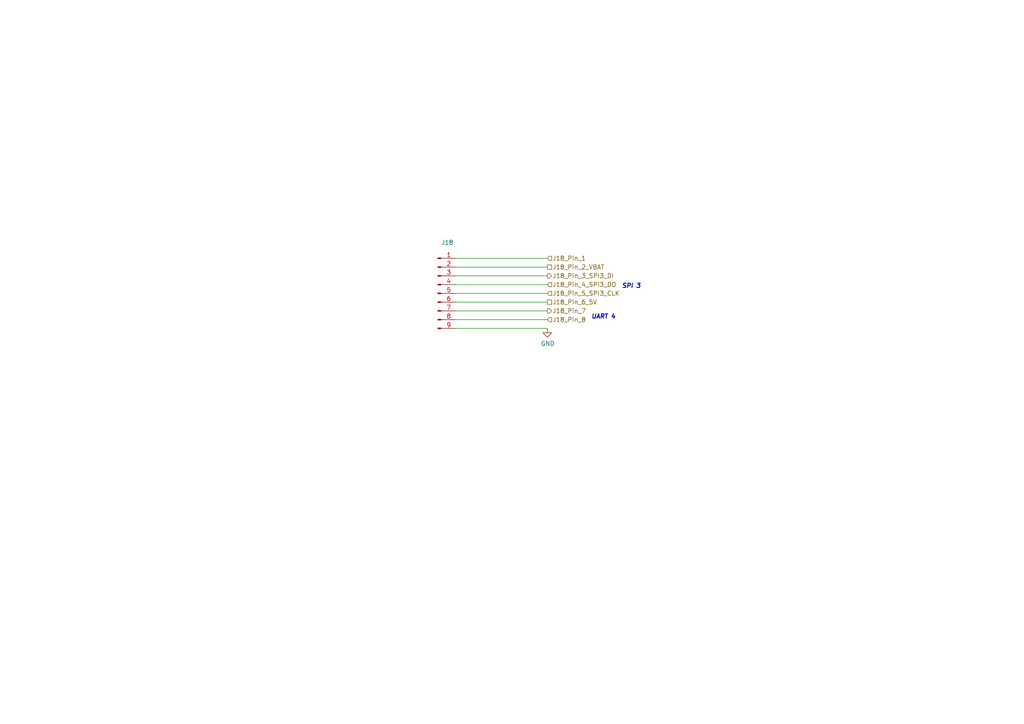
<source format=kicad_sch>
(kicad_sch (version 20211123) (generator eeschema)
  (paper "A4")
  (title_block (title "Project Mowgli") (date "2022-05-22") (rev "1.0.1") (comment 1 "(c) CyberNet / cn@warp.at") (comment 2 "https://github.com/cloudn1ne/Mowgli"))
  (lib_symbols
    (symbol "Connector:Conn_01x09_Male" (pin_names (offset 1.016) hide)
      (property "Reference" "J" (at 0 12.7 0))
      (property "Value" "Conn_01x09_Male" (at 0 -12.7 0))
      (symbol "Conn_01x09_Male_1_1"
        (polyline (pts (xy 1.27 -10.16) (xy 0.8636 -10.16)) (stroke (width 0.1524)))
        (polyline (pts (xy 1.27 -7.62) (xy 0.8636 -7.62)) (stroke (width 0.1524)))
        (polyline (pts (xy 1.27 -5.08) (xy 0.8636 -5.08)) (stroke (width 0.1524)))
        (polyline (pts (xy 1.27 -2.54) (xy 0.8636 -2.54)) (stroke (width 0.1524)))
        (polyline (pts (xy 1.27 0) (xy 0.8636 0)) (stroke (width 0.1524)))
        (polyline (pts (xy 1.27 2.54) (xy 0.8636 2.54)) (stroke (width 0.1524)))
        (polyline (pts (xy 1.27 5.08) (xy 0.8636 5.08)) (stroke (width 0.1524)))
        (polyline (pts (xy 1.27 7.62) (xy 0.8636 7.62)) (stroke (width 0.1524)))
        (polyline (pts (xy 1.27 10.16) (xy 0.8636 10.16)) (stroke (width 0.1524)))
        (rectangle (start 0.8636 -10.033) (end 0 -10.287) (stroke (width 0.1524)) (fill (type outline)))
        (rectangle (start 0.8636 -7.493) (end 0 -7.747) (stroke (width 0.1524)) (fill (type outline)))
        (rectangle (start 0.8636 -4.953) (end 0 -5.207) (stroke (width 0.1524)) (fill (type outline)))
        (rectangle (start 0.8636 -2.413) (end 0 -2.667) (stroke (width 0.1524)) (fill (type outline)))
        (rectangle (start 0.8636 0.127) (end 0 -0.127) (stroke (width 0.1524)) (fill (type outline)))
        (rectangle (start 0.8636 2.667) (end 0 2.413) (stroke (width 0.1524)) (fill (type outline)))
        (rectangle (start 0.8636 5.207) (end 0 4.953) (stroke (width 0.1524)) (fill (type outline)))
        (rectangle (start 0.8636 7.747) (end 0 7.493) (stroke (width 0.1524)) (fill (type outline)))
        (rectangle (start 0.8636 10.287) (end 0 10.033) (stroke (width 0.1524)) (fill (type outline)))
        (pin passive line (at 5.08 10.16 180) (length 3.81) (name "Pin_1") (number "1"))
        (pin passive line (at 5.08 7.62 180) (length 3.81) (name "Pin_2") (number "2"))
        (pin passive line (at 5.08 5.08 180) (length 3.81) (name "Pin_3") (number "3"))
        (pin passive line (at 5.08 2.54 180) (length 3.81) (name "Pin_4") (number "4"))
        (pin passive line (at 5.08 0 180) (length 3.81) (name "Pin_5") (number "5"))
        (pin passive line (at 5.08 -2.54 180) (length 3.81) (name "Pin_6") (number "6"))
        (pin passive line (at 5.08 -5.08 180) (length 3.81) (name "Pin_7") (number "7"))
        (pin passive line (at 5.08 -7.62 180) (length 3.81) (name "Pin_8") (number "8"))
        (pin passive line (at 5.08 -10.16 180) (length 3.81) (name "Pin_9") (number "9"))
      )
    )
    (symbol "power:GND" (power) (pin_names (offset 0))
      (property "Value" "GND" (at 0 -3.81 0))
      (symbol "GND_0_1"
        (polyline (pts (xy 0 0) (xy 0 -1.27) (xy 1.27 -1.27) (xy 0 -2.54) (xy -1.27 -1.27) (xy 0 -1.27)))
      )
      (symbol "GND_1_1"
        (pin power_in line (at 0 0 270) (length 0) hide (name "GND") (number "1"))
      )
    )
  )
  (wire (pts (xy 158.75 74.93) (xy 132.08 74.93)))
  (wire (pts (xy 158.75 77.47) (xy 132.08 77.47)))
  (wire (pts (xy 158.75 85.09) (xy 132.08 85.09)))
  (wire (pts (xy 132.08 82.55) (xy 158.75 82.55)))
  (wire (pts (xy 132.08 95.25) (xy 158.75 95.25)))
  (wire (pts (xy 132.08 90.17) (xy 158.75 90.17)))
  (wire (pts (xy 158.75 80.01) (xy 132.08 80.01)))
  (wire (pts (xy 132.08 87.63) (xy 158.75 87.63)))
  (wire (pts (xy 158.75 92.71) (xy 132.08 92.71)))
  (text "SPI 3" (at 180.34 83.82 0) (effects (font (size 1.27 1.27) (thickness 0.254) bold italic) (justify left bottom)))
  (text "UART 4" (at 171.45 92.71 0) (effects (font (size 1.27 1.27) (thickness 0.254) bold italic) (justify left bottom)))
  (hierarchical_label "J18_Pin_2_VBAT" (shape passive) (at 158.75 77.47 0))
  (hierarchical_label "J18_Pin_7" (shape output) (at 158.75 90.17 0))
  (hierarchical_label "J18_Pin_6_5V" (shape passive) (at 158.75 87.63 0))
  (hierarchical_label "J18_Pin_4_SPI3_DO" (shape input) (at 158.75 82.55 0))
  (hierarchical_label "J18_Pin_5_SPI3_CLK" (shape input) (at 158.75 85.09 0))
  (hierarchical_label "J18_Pin_3_SPI3_DI" (shape output) (at 158.75 80.01 0))
  (hierarchical_label "J18_Pin_8" (shape input) (at 158.75 92.71 0))
  (hierarchical_label "J18_Pin_1" (shape input) (at 158.75 74.93 0))
  (symbol (lib_id "Connector:Conn_01x09_Male") (at 127 85.09 0) (unit 1)
    (property "Reference" "J18" (at 129.7432 70.3326 0))
  )
  (symbol (lib_id "power:GND") (at 158.75 95.25 0) (unit 1)
    (property "Reference" "#PWR0109" (effects hide))
  )
)
</source>
